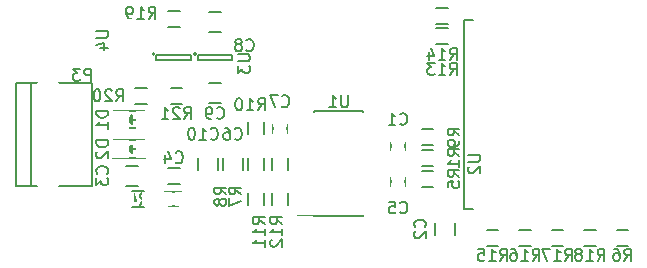
<source format=gbo>
G04 #@! TF.FileFunction,Legend,Bot*
%FSLAX46Y46*%
G04 Gerber Fmt 4.6, Leading zero omitted, Abs format (unit mm)*
G04 Created by KiCad (PCBNEW 4.0.2+dfsg1-stable) date Mon Jul 16 14:53:24 2018*
%MOMM*%
G01*
G04 APERTURE LIST*
%ADD10C,0.350000*%
%ADD11C,0.152400*%
%ADD12C,0.150000*%
%ADD13R,1.500000X2.900000*%
%ADD14R,2.432000X2.432000*%
%ADD15O,2.432000X2.432000*%
%ADD16R,1.150000X1.200000*%
%ADD17R,1.400000X1.650000*%
%ADD18R,1.200000X1.150000*%
%ADD19R,1.650000X1.400000*%
%ADD20R,1.598880X1.598880*%
%ADD21R,2.127200X2.432000*%
%ADD22O,2.127200X2.432000*%
%ADD23R,1.750000X0.700000*%
%ADD24O,1.900000X1.900000*%
%ADD25O,2.400000X2.400000*%
%ADD26R,0.900000X1.300000*%
%ADD27R,1.300000X0.900000*%
%ADD28R,1.900000X1.000000*%
%ADD29R,1.050000X1.460000*%
G04 APERTURE END LIST*
D10*
D11*
X37841000Y-17816000D02*
X37079000Y-17816000D01*
X37079000Y-17816000D02*
X37079000Y-1814000D01*
X37079000Y-1814000D02*
X37841000Y-1814000D01*
D12*
X30900000Y-12150000D02*
X30900000Y-12850000D01*
X32100000Y-12850000D02*
X32100000Y-12150000D01*
X8500000Y-14150000D02*
X9500000Y-14150000D01*
X9500000Y-15850000D02*
X8500000Y-15850000D01*
X12850000Y-16400000D02*
X12150000Y-16400000D01*
X12150000Y-17600000D02*
X12850000Y-17600000D01*
X32100000Y-15850000D02*
X32100000Y-15150000D01*
X30900000Y-15150000D02*
X30900000Y-15850000D01*
X16650000Y-14500000D02*
X16650000Y-13500000D01*
X18350000Y-13500000D02*
X18350000Y-14500000D01*
X20900000Y-10650000D02*
X20900000Y-11350000D01*
X22100000Y-11350000D02*
X22100000Y-10650000D01*
X15500000Y-1150000D02*
X16500000Y-1150000D01*
X16500000Y-2850000D02*
X15500000Y-2850000D01*
X15500000Y-7150000D02*
X16500000Y-7150000D01*
X16500000Y-8850000D02*
X15500000Y-8850000D01*
X7400000Y-9500000D02*
X10100000Y-9500000D01*
X7400000Y-11000000D02*
X10100000Y-11000000D01*
X8900000Y-10100000D02*
X8900000Y-10350000D01*
X8900000Y-10350000D02*
X8750000Y-10200000D01*
X8650000Y-10600000D02*
X8650000Y-9900000D01*
X9000000Y-10250000D02*
X9350000Y-10250000D01*
X8650000Y-10250000D02*
X9000000Y-10600000D01*
X9000000Y-10600000D02*
X9000000Y-9900000D01*
X9000000Y-9900000D02*
X8650000Y-10250000D01*
X7400000Y-12000000D02*
X10100000Y-12000000D01*
X7400000Y-13500000D02*
X10100000Y-13500000D01*
X8900000Y-12600000D02*
X8900000Y-12850000D01*
X8900000Y-12850000D02*
X8750000Y-12700000D01*
X8650000Y-13100000D02*
X8650000Y-12400000D01*
X9000000Y-12750000D02*
X9350000Y-12750000D01*
X8650000Y-12750000D02*
X9000000Y-13100000D01*
X9000000Y-13100000D02*
X9000000Y-12400000D01*
X9000000Y-12400000D02*
X8650000Y-12750000D01*
X-817460Y-15850900D02*
X-817460Y-7150900D01*
X5587540Y-15850900D02*
X5587540Y-7150900D01*
X5587540Y-7150900D02*
X-817460Y-7150900D01*
X412540Y-7150900D02*
X412540Y-15850900D01*
X-817460Y-15850900D02*
X5587540Y-15850900D01*
X13000000Y-14325000D02*
X12000000Y-14325000D01*
X12000000Y-15675000D02*
X13000000Y-15675000D01*
X9000000Y-17675000D02*
X10000000Y-17675000D01*
X10000000Y-16325000D02*
X9000000Y-16325000D01*
X33500000Y-15925000D02*
X34500000Y-15925000D01*
X34500000Y-14575000D02*
X33500000Y-14575000D01*
X51000000Y-19575000D02*
X50000000Y-19575000D01*
X50000000Y-20925000D02*
X51000000Y-20925000D01*
X22175000Y-14500000D02*
X22175000Y-13500000D01*
X20825000Y-13500000D02*
X20825000Y-14500000D01*
X18825000Y-13500000D02*
X18825000Y-14500000D01*
X20175000Y-14500000D02*
X20175000Y-13500000D01*
X33500000Y-14175000D02*
X34500000Y-14175000D01*
X34500000Y-12825000D02*
X33500000Y-12825000D01*
X18825000Y-10500000D02*
X18825000Y-11500000D01*
X20175000Y-11500000D02*
X20175000Y-10500000D01*
X20175000Y-17500000D02*
X20175000Y-16500000D01*
X18825000Y-16500000D02*
X18825000Y-17500000D01*
X22175000Y-17500000D02*
X22175000Y-16500000D01*
X20825000Y-16500000D02*
X20825000Y-17500000D01*
X35700000Y-2525000D02*
X34700000Y-2525000D01*
X34700000Y-3875000D02*
X35700000Y-3875000D01*
X35700000Y-825000D02*
X34700000Y-825000D01*
X34700000Y-2175000D02*
X35700000Y-2175000D01*
X40000000Y-19575000D02*
X39000000Y-19575000D01*
X39000000Y-20925000D02*
X40000000Y-20925000D01*
X42750000Y-19575000D02*
X41750000Y-19575000D01*
X41750000Y-20925000D02*
X42750000Y-20925000D01*
X45500000Y-19575000D02*
X44500000Y-19575000D01*
X44500000Y-20925000D02*
X45500000Y-20925000D01*
X48250000Y-19575000D02*
X47250000Y-19575000D01*
X47250000Y-20925000D02*
X48250000Y-20925000D01*
X13000000Y-1075000D02*
X12000000Y-1075000D01*
X12000000Y-2425000D02*
X13000000Y-2425000D01*
X10250000Y-7575000D02*
X9250000Y-7575000D01*
X9250000Y-8925000D02*
X10250000Y-8925000D01*
X13250000Y-7575000D02*
X12250000Y-7575000D01*
X12250000Y-8925000D02*
X13250000Y-8925000D01*
X24425000Y-18450000D02*
X24425000Y-18335000D01*
X28575000Y-18450000D02*
X28575000Y-18335000D01*
X28575000Y-9550000D02*
X28575000Y-9665000D01*
X24425000Y-9550000D02*
X24425000Y-9665000D01*
X24425000Y-18450000D02*
X28575000Y-18450000D01*
X24425000Y-9550000D02*
X28575000Y-9550000D01*
X24425000Y-18335000D02*
X23050000Y-18335000D01*
X14400000Y-4700000D02*
G75*
G03X14400000Y-4700000I-100000J0D01*
G01*
X14550000Y-5250000D02*
X14550000Y-4750000D01*
X17450000Y-5250000D02*
X14550000Y-5250000D01*
X17450000Y-4750000D02*
X17450000Y-5250000D01*
X14550000Y-4750000D02*
X17450000Y-4750000D01*
X10900000Y-4700000D02*
G75*
G03X10900000Y-4700000I-100000J0D01*
G01*
X11050000Y-5250000D02*
X11050000Y-4750000D01*
X13950000Y-5250000D02*
X11050000Y-5250000D01*
X13950000Y-4750000D02*
X13950000Y-5250000D01*
X11050000Y-4750000D02*
X13950000Y-4750000D01*
X34500000Y-11075000D02*
X33500000Y-11075000D01*
X33500000Y-12425000D02*
X34500000Y-12425000D01*
X34650000Y-20000000D02*
X34650000Y-19000000D01*
X36350000Y-19000000D02*
X36350000Y-20000000D01*
X14550000Y-14500000D02*
X14550000Y-13500000D01*
X16250000Y-13500000D02*
X16250000Y-14500000D01*
X37452381Y-13238095D02*
X38261905Y-13238095D01*
X38357143Y-13285714D01*
X38404762Y-13333333D01*
X38452381Y-13428571D01*
X38452381Y-13619048D01*
X38404762Y-13714286D01*
X38357143Y-13761905D01*
X38261905Y-13809524D01*
X37452381Y-13809524D01*
X37547619Y-14238095D02*
X37500000Y-14285714D01*
X37452381Y-14380952D01*
X37452381Y-14619048D01*
X37500000Y-14714286D01*
X37547619Y-14761905D01*
X37642857Y-14809524D01*
X37738095Y-14809524D01*
X37880952Y-14761905D01*
X38452381Y-14190476D01*
X38452381Y-14809524D01*
X31666666Y-10607143D02*
X31714285Y-10654762D01*
X31857142Y-10702381D01*
X31952380Y-10702381D01*
X32095238Y-10654762D01*
X32190476Y-10559524D01*
X32238095Y-10464286D01*
X32285714Y-10273810D01*
X32285714Y-10130952D01*
X32238095Y-9940476D01*
X32190476Y-9845238D01*
X32095238Y-9750000D01*
X31952380Y-9702381D01*
X31857142Y-9702381D01*
X31714285Y-9750000D01*
X31666666Y-9797619D01*
X30714285Y-10702381D02*
X31285714Y-10702381D01*
X31000000Y-10702381D02*
X31000000Y-9702381D01*
X31095238Y-9845238D01*
X31190476Y-9940476D01*
X31285714Y-9988095D01*
X6857143Y-14833334D02*
X6904762Y-14785715D01*
X6952381Y-14642858D01*
X6952381Y-14547620D01*
X6904762Y-14404762D01*
X6809524Y-14309524D01*
X6714286Y-14261905D01*
X6523810Y-14214286D01*
X6380952Y-14214286D01*
X6190476Y-14261905D01*
X6095238Y-14309524D01*
X6000000Y-14404762D01*
X5952381Y-14547620D01*
X5952381Y-14642858D01*
X6000000Y-14785715D01*
X6047619Y-14833334D01*
X5952381Y-15166667D02*
X5952381Y-15785715D01*
X6333333Y-15452381D01*
X6333333Y-15595239D01*
X6380952Y-15690477D01*
X6428571Y-15738096D01*
X6523810Y-15785715D01*
X6761905Y-15785715D01*
X6857143Y-15738096D01*
X6904762Y-15690477D01*
X6952381Y-15595239D01*
X6952381Y-15309524D01*
X6904762Y-15214286D01*
X6857143Y-15166667D01*
X12666666Y-13857143D02*
X12714285Y-13904762D01*
X12857142Y-13952381D01*
X12952380Y-13952381D01*
X13095238Y-13904762D01*
X13190476Y-13809524D01*
X13238095Y-13714286D01*
X13285714Y-13523810D01*
X13285714Y-13380952D01*
X13238095Y-13190476D01*
X13190476Y-13095238D01*
X13095238Y-13000000D01*
X12952380Y-12952381D01*
X12857142Y-12952381D01*
X12714285Y-13000000D01*
X12666666Y-13047619D01*
X11809523Y-13285714D02*
X11809523Y-13952381D01*
X12047619Y-12904762D02*
X12285714Y-13619048D01*
X11666666Y-13619048D01*
X31666666Y-18107143D02*
X31714285Y-18154762D01*
X31857142Y-18202381D01*
X31952380Y-18202381D01*
X32095238Y-18154762D01*
X32190476Y-18059524D01*
X32238095Y-17964286D01*
X32285714Y-17773810D01*
X32285714Y-17630952D01*
X32238095Y-17440476D01*
X32190476Y-17345238D01*
X32095238Y-17250000D01*
X31952380Y-17202381D01*
X31857142Y-17202381D01*
X31714285Y-17250000D01*
X31666666Y-17297619D01*
X30761904Y-17202381D02*
X31238095Y-17202381D01*
X31285714Y-17678571D01*
X31238095Y-17630952D01*
X31142857Y-17583333D01*
X30904761Y-17583333D01*
X30809523Y-17630952D01*
X30761904Y-17678571D01*
X30714285Y-17773810D01*
X30714285Y-18011905D01*
X30761904Y-18107143D01*
X30809523Y-18154762D01*
X30904761Y-18202381D01*
X31142857Y-18202381D01*
X31238095Y-18154762D01*
X31285714Y-18107143D01*
X17666666Y-11857143D02*
X17714285Y-11904762D01*
X17857142Y-11952381D01*
X17952380Y-11952381D01*
X18095238Y-11904762D01*
X18190476Y-11809524D01*
X18238095Y-11714286D01*
X18285714Y-11523810D01*
X18285714Y-11380952D01*
X18238095Y-11190476D01*
X18190476Y-11095238D01*
X18095238Y-11000000D01*
X17952380Y-10952381D01*
X17857142Y-10952381D01*
X17714285Y-11000000D01*
X17666666Y-11047619D01*
X16809523Y-10952381D02*
X17000000Y-10952381D01*
X17095238Y-11000000D01*
X17142857Y-11047619D01*
X17238095Y-11190476D01*
X17285714Y-11380952D01*
X17285714Y-11761905D01*
X17238095Y-11857143D01*
X17190476Y-11904762D01*
X17095238Y-11952381D01*
X16904761Y-11952381D01*
X16809523Y-11904762D01*
X16761904Y-11857143D01*
X16714285Y-11761905D01*
X16714285Y-11523810D01*
X16761904Y-11428571D01*
X16809523Y-11380952D01*
X16904761Y-11333333D01*
X17095238Y-11333333D01*
X17190476Y-11380952D01*
X17238095Y-11428571D01*
X17285714Y-11523810D01*
X21666666Y-9107143D02*
X21714285Y-9154762D01*
X21857142Y-9202381D01*
X21952380Y-9202381D01*
X22095238Y-9154762D01*
X22190476Y-9059524D01*
X22238095Y-8964286D01*
X22285714Y-8773810D01*
X22285714Y-8630952D01*
X22238095Y-8440476D01*
X22190476Y-8345238D01*
X22095238Y-8250000D01*
X21952380Y-8202381D01*
X21857142Y-8202381D01*
X21714285Y-8250000D01*
X21666666Y-8297619D01*
X21333333Y-8202381D02*
X20666666Y-8202381D01*
X21095238Y-9202381D01*
X18666666Y-4357143D02*
X18714285Y-4404762D01*
X18857142Y-4452381D01*
X18952380Y-4452381D01*
X19095238Y-4404762D01*
X19190476Y-4309524D01*
X19238095Y-4214286D01*
X19285714Y-4023810D01*
X19285714Y-3880952D01*
X19238095Y-3690476D01*
X19190476Y-3595238D01*
X19095238Y-3500000D01*
X18952380Y-3452381D01*
X18857142Y-3452381D01*
X18714285Y-3500000D01*
X18666666Y-3547619D01*
X18095238Y-3880952D02*
X18190476Y-3833333D01*
X18238095Y-3785714D01*
X18285714Y-3690476D01*
X18285714Y-3642857D01*
X18238095Y-3547619D01*
X18190476Y-3500000D01*
X18095238Y-3452381D01*
X17904761Y-3452381D01*
X17809523Y-3500000D01*
X17761904Y-3547619D01*
X17714285Y-3642857D01*
X17714285Y-3690476D01*
X17761904Y-3785714D01*
X17809523Y-3833333D01*
X17904761Y-3880952D01*
X18095238Y-3880952D01*
X18190476Y-3928571D01*
X18238095Y-3976190D01*
X18285714Y-4071429D01*
X18285714Y-4261905D01*
X18238095Y-4357143D01*
X18190476Y-4404762D01*
X18095238Y-4452381D01*
X17904761Y-4452381D01*
X17809523Y-4404762D01*
X17761904Y-4357143D01*
X17714285Y-4261905D01*
X17714285Y-4071429D01*
X17761904Y-3976190D01*
X17809523Y-3928571D01*
X17904761Y-3880952D01*
X16166666Y-10107143D02*
X16214285Y-10154762D01*
X16357142Y-10202381D01*
X16452380Y-10202381D01*
X16595238Y-10154762D01*
X16690476Y-10059524D01*
X16738095Y-9964286D01*
X16785714Y-9773810D01*
X16785714Y-9630952D01*
X16738095Y-9440476D01*
X16690476Y-9345238D01*
X16595238Y-9250000D01*
X16452380Y-9202381D01*
X16357142Y-9202381D01*
X16214285Y-9250000D01*
X16166666Y-9297619D01*
X15690476Y-10202381D02*
X15500000Y-10202381D01*
X15404761Y-10154762D01*
X15357142Y-10107143D01*
X15261904Y-9964286D01*
X15214285Y-9773810D01*
X15214285Y-9392857D01*
X15261904Y-9297619D01*
X15309523Y-9250000D01*
X15404761Y-9202381D01*
X15595238Y-9202381D01*
X15690476Y-9250000D01*
X15738095Y-9297619D01*
X15785714Y-9392857D01*
X15785714Y-9630952D01*
X15738095Y-9726190D01*
X15690476Y-9773810D01*
X15595238Y-9821429D01*
X15404761Y-9821429D01*
X15309523Y-9773810D01*
X15261904Y-9726190D01*
X15214285Y-9630952D01*
X6952381Y-9511905D02*
X5952381Y-9511905D01*
X5952381Y-9750000D01*
X6000000Y-9892858D01*
X6095238Y-9988096D01*
X6190476Y-10035715D01*
X6380952Y-10083334D01*
X6523810Y-10083334D01*
X6714286Y-10035715D01*
X6809524Y-9988096D01*
X6904762Y-9892858D01*
X6952381Y-9750000D01*
X6952381Y-9511905D01*
X6952381Y-11035715D02*
X6952381Y-10464286D01*
X6952381Y-10750000D02*
X5952381Y-10750000D01*
X6095238Y-10654762D01*
X6190476Y-10559524D01*
X6238095Y-10464286D01*
X6952381Y-12011905D02*
X5952381Y-12011905D01*
X5952381Y-12250000D01*
X6000000Y-12392858D01*
X6095238Y-12488096D01*
X6190476Y-12535715D01*
X6380952Y-12583334D01*
X6523810Y-12583334D01*
X6714286Y-12535715D01*
X6809524Y-12488096D01*
X6904762Y-12392858D01*
X6952381Y-12250000D01*
X6952381Y-12011905D01*
X6047619Y-12964286D02*
X6000000Y-13011905D01*
X5952381Y-13107143D01*
X5952381Y-13345239D01*
X6000000Y-13440477D01*
X6047619Y-13488096D01*
X6142857Y-13535715D01*
X6238095Y-13535715D01*
X6380952Y-13488096D01*
X6952381Y-12916667D01*
X6952381Y-13535715D01*
X5488095Y-6952381D02*
X5488095Y-5952381D01*
X5107142Y-5952381D01*
X5011904Y-6000000D01*
X4964285Y-6047619D01*
X4916666Y-6142857D01*
X4916666Y-6285714D01*
X4964285Y-6380952D01*
X5011904Y-6428571D01*
X5107142Y-6476190D01*
X5488095Y-6476190D01*
X4583333Y-5952381D02*
X3964285Y-5952381D01*
X4297619Y-6333333D01*
X4154761Y-6333333D01*
X4059523Y-6380952D01*
X4011904Y-6428571D01*
X3964285Y-6523810D01*
X3964285Y-6761905D01*
X4011904Y-6857143D01*
X4059523Y-6904762D01*
X4154761Y-6952381D01*
X4440476Y-6952381D01*
X4535714Y-6904762D01*
X4583333Y-6857143D01*
X12666666Y-17352381D02*
X13000000Y-16876190D01*
X13238095Y-17352381D02*
X13238095Y-16352381D01*
X12857142Y-16352381D01*
X12761904Y-16400000D01*
X12714285Y-16447619D01*
X12666666Y-16542857D01*
X12666666Y-16685714D01*
X12714285Y-16780952D01*
X12761904Y-16828571D01*
X12857142Y-16876190D01*
X13238095Y-16876190D01*
X12333333Y-16352381D02*
X11714285Y-16352381D01*
X12047619Y-16733333D01*
X11904761Y-16733333D01*
X11809523Y-16780952D01*
X11761904Y-16828571D01*
X11714285Y-16923810D01*
X11714285Y-17161905D01*
X11761904Y-17257143D01*
X11809523Y-17304762D01*
X11904761Y-17352381D01*
X12190476Y-17352381D01*
X12285714Y-17304762D01*
X12333333Y-17257143D01*
X9666666Y-17452381D02*
X10000000Y-16976190D01*
X10238095Y-17452381D02*
X10238095Y-16452381D01*
X9857142Y-16452381D01*
X9761904Y-16500000D01*
X9714285Y-16547619D01*
X9666666Y-16642857D01*
X9666666Y-16785714D01*
X9714285Y-16880952D01*
X9761904Y-16928571D01*
X9857142Y-16976190D01*
X10238095Y-16976190D01*
X8809523Y-16785714D02*
X8809523Y-17452381D01*
X9047619Y-16404762D02*
X9285714Y-17119048D01*
X8666666Y-17119048D01*
X36702381Y-15083334D02*
X36226190Y-14750000D01*
X36702381Y-14511905D02*
X35702381Y-14511905D01*
X35702381Y-14892858D01*
X35750000Y-14988096D01*
X35797619Y-15035715D01*
X35892857Y-15083334D01*
X36035714Y-15083334D01*
X36130952Y-15035715D01*
X36178571Y-14988096D01*
X36226190Y-14892858D01*
X36226190Y-14511905D01*
X35702381Y-15988096D02*
X35702381Y-15511905D01*
X36178571Y-15464286D01*
X36130952Y-15511905D01*
X36083333Y-15607143D01*
X36083333Y-15845239D01*
X36130952Y-15940477D01*
X36178571Y-15988096D01*
X36273810Y-16035715D01*
X36511905Y-16035715D01*
X36607143Y-15988096D01*
X36654762Y-15940477D01*
X36702381Y-15845239D01*
X36702381Y-15607143D01*
X36654762Y-15511905D01*
X36607143Y-15464286D01*
X50666666Y-22202381D02*
X51000000Y-21726190D01*
X51238095Y-22202381D02*
X51238095Y-21202381D01*
X50857142Y-21202381D01*
X50761904Y-21250000D01*
X50714285Y-21297619D01*
X50666666Y-21392857D01*
X50666666Y-21535714D01*
X50714285Y-21630952D01*
X50761904Y-21678571D01*
X50857142Y-21726190D01*
X51238095Y-21726190D01*
X49809523Y-21202381D02*
X50000000Y-21202381D01*
X50095238Y-21250000D01*
X50142857Y-21297619D01*
X50238095Y-21440476D01*
X50285714Y-21630952D01*
X50285714Y-22011905D01*
X50238095Y-22107143D01*
X50190476Y-22154762D01*
X50095238Y-22202381D01*
X49904761Y-22202381D01*
X49809523Y-22154762D01*
X49761904Y-22107143D01*
X49714285Y-22011905D01*
X49714285Y-21773810D01*
X49761904Y-21678571D01*
X49809523Y-21630952D01*
X49904761Y-21583333D01*
X50095238Y-21583333D01*
X50190476Y-21630952D01*
X50238095Y-21678571D01*
X50285714Y-21773810D01*
X18202381Y-16583334D02*
X17726190Y-16250000D01*
X18202381Y-16011905D02*
X17202381Y-16011905D01*
X17202381Y-16392858D01*
X17250000Y-16488096D01*
X17297619Y-16535715D01*
X17392857Y-16583334D01*
X17535714Y-16583334D01*
X17630952Y-16535715D01*
X17678571Y-16488096D01*
X17726190Y-16392858D01*
X17726190Y-16011905D01*
X17202381Y-16916667D02*
X17202381Y-17583334D01*
X18202381Y-17154762D01*
X16952381Y-16583334D02*
X16476190Y-16250000D01*
X16952381Y-16011905D02*
X15952381Y-16011905D01*
X15952381Y-16392858D01*
X16000000Y-16488096D01*
X16047619Y-16535715D01*
X16142857Y-16583334D01*
X16285714Y-16583334D01*
X16380952Y-16535715D01*
X16428571Y-16488096D01*
X16476190Y-16392858D01*
X16476190Y-16011905D01*
X16380952Y-17154762D02*
X16333333Y-17059524D01*
X16285714Y-17011905D01*
X16190476Y-16964286D01*
X16142857Y-16964286D01*
X16047619Y-17011905D01*
X16000000Y-17059524D01*
X15952381Y-17154762D01*
X15952381Y-17345239D01*
X16000000Y-17440477D01*
X16047619Y-17488096D01*
X16142857Y-17535715D01*
X16190476Y-17535715D01*
X16285714Y-17488096D01*
X16333333Y-17440477D01*
X16380952Y-17345239D01*
X16380952Y-17154762D01*
X16428571Y-17059524D01*
X16476190Y-17011905D01*
X16571429Y-16964286D01*
X16761905Y-16964286D01*
X16857143Y-17011905D01*
X16904762Y-17059524D01*
X16952381Y-17154762D01*
X16952381Y-17345239D01*
X16904762Y-17440477D01*
X16857143Y-17488096D01*
X16761905Y-17535715D01*
X16571429Y-17535715D01*
X16476190Y-17488096D01*
X16428571Y-17440477D01*
X16380952Y-17345239D01*
X36702381Y-11583334D02*
X36226190Y-11250000D01*
X36702381Y-11011905D02*
X35702381Y-11011905D01*
X35702381Y-11392858D01*
X35750000Y-11488096D01*
X35797619Y-11535715D01*
X35892857Y-11583334D01*
X36035714Y-11583334D01*
X36130952Y-11535715D01*
X36178571Y-11488096D01*
X36226190Y-11392858D01*
X36226190Y-11011905D01*
X36702381Y-12059524D02*
X36702381Y-12250000D01*
X36654762Y-12345239D01*
X36607143Y-12392858D01*
X36464286Y-12488096D01*
X36273810Y-12535715D01*
X35892857Y-12535715D01*
X35797619Y-12488096D01*
X35750000Y-12440477D01*
X35702381Y-12345239D01*
X35702381Y-12154762D01*
X35750000Y-12059524D01*
X35797619Y-12011905D01*
X35892857Y-11964286D01*
X36130952Y-11964286D01*
X36226190Y-12011905D01*
X36273810Y-12059524D01*
X36321429Y-12154762D01*
X36321429Y-12345239D01*
X36273810Y-12440477D01*
X36226190Y-12488096D01*
X36130952Y-12535715D01*
X19642857Y-9452381D02*
X19976191Y-8976190D01*
X20214286Y-9452381D02*
X20214286Y-8452381D01*
X19833333Y-8452381D01*
X19738095Y-8500000D01*
X19690476Y-8547619D01*
X19642857Y-8642857D01*
X19642857Y-8785714D01*
X19690476Y-8880952D01*
X19738095Y-8928571D01*
X19833333Y-8976190D01*
X20214286Y-8976190D01*
X18690476Y-9452381D02*
X19261905Y-9452381D01*
X18976191Y-9452381D02*
X18976191Y-8452381D01*
X19071429Y-8595238D01*
X19166667Y-8690476D01*
X19261905Y-8738095D01*
X18071429Y-8452381D02*
X17976190Y-8452381D01*
X17880952Y-8500000D01*
X17833333Y-8547619D01*
X17785714Y-8642857D01*
X17738095Y-8833333D01*
X17738095Y-9071429D01*
X17785714Y-9261905D01*
X17833333Y-9357143D01*
X17880952Y-9404762D01*
X17976190Y-9452381D01*
X18071429Y-9452381D01*
X18166667Y-9404762D01*
X18214286Y-9357143D01*
X18261905Y-9261905D01*
X18309524Y-9071429D01*
X18309524Y-8833333D01*
X18261905Y-8642857D01*
X18214286Y-8547619D01*
X18166667Y-8500000D01*
X18071429Y-8452381D01*
X20202381Y-19107143D02*
X19726190Y-18773809D01*
X20202381Y-18535714D02*
X19202381Y-18535714D01*
X19202381Y-18916667D01*
X19250000Y-19011905D01*
X19297619Y-19059524D01*
X19392857Y-19107143D01*
X19535714Y-19107143D01*
X19630952Y-19059524D01*
X19678571Y-19011905D01*
X19726190Y-18916667D01*
X19726190Y-18535714D01*
X20202381Y-20059524D02*
X20202381Y-19488095D01*
X20202381Y-19773809D02*
X19202381Y-19773809D01*
X19345238Y-19678571D01*
X19440476Y-19583333D01*
X19488095Y-19488095D01*
X20202381Y-21011905D02*
X20202381Y-20440476D01*
X20202381Y-20726190D02*
X19202381Y-20726190D01*
X19345238Y-20630952D01*
X19440476Y-20535714D01*
X19488095Y-20440476D01*
X21702381Y-19107143D02*
X21226190Y-18773809D01*
X21702381Y-18535714D02*
X20702381Y-18535714D01*
X20702381Y-18916667D01*
X20750000Y-19011905D01*
X20797619Y-19059524D01*
X20892857Y-19107143D01*
X21035714Y-19107143D01*
X21130952Y-19059524D01*
X21178571Y-19011905D01*
X21226190Y-18916667D01*
X21226190Y-18535714D01*
X21702381Y-20059524D02*
X21702381Y-19488095D01*
X21702381Y-19773809D02*
X20702381Y-19773809D01*
X20845238Y-19678571D01*
X20940476Y-19583333D01*
X20988095Y-19488095D01*
X20797619Y-20440476D02*
X20750000Y-20488095D01*
X20702381Y-20583333D01*
X20702381Y-20821429D01*
X20750000Y-20916667D01*
X20797619Y-20964286D01*
X20892857Y-21011905D01*
X20988095Y-21011905D01*
X21130952Y-20964286D01*
X21702381Y-20392857D01*
X21702381Y-21011905D01*
X35892857Y-6452381D02*
X36226191Y-5976190D01*
X36464286Y-6452381D02*
X36464286Y-5452381D01*
X36083333Y-5452381D01*
X35988095Y-5500000D01*
X35940476Y-5547619D01*
X35892857Y-5642857D01*
X35892857Y-5785714D01*
X35940476Y-5880952D01*
X35988095Y-5928571D01*
X36083333Y-5976190D01*
X36464286Y-5976190D01*
X34940476Y-6452381D02*
X35511905Y-6452381D01*
X35226191Y-6452381D02*
X35226191Y-5452381D01*
X35321429Y-5595238D01*
X35416667Y-5690476D01*
X35511905Y-5738095D01*
X34607143Y-5452381D02*
X33988095Y-5452381D01*
X34321429Y-5833333D01*
X34178571Y-5833333D01*
X34083333Y-5880952D01*
X34035714Y-5928571D01*
X33988095Y-6023810D01*
X33988095Y-6261905D01*
X34035714Y-6357143D01*
X34083333Y-6404762D01*
X34178571Y-6452381D01*
X34464286Y-6452381D01*
X34559524Y-6404762D01*
X34607143Y-6357143D01*
X35892857Y-5202381D02*
X36226191Y-4726190D01*
X36464286Y-5202381D02*
X36464286Y-4202381D01*
X36083333Y-4202381D01*
X35988095Y-4250000D01*
X35940476Y-4297619D01*
X35892857Y-4392857D01*
X35892857Y-4535714D01*
X35940476Y-4630952D01*
X35988095Y-4678571D01*
X36083333Y-4726190D01*
X36464286Y-4726190D01*
X34940476Y-5202381D02*
X35511905Y-5202381D01*
X35226191Y-5202381D02*
X35226191Y-4202381D01*
X35321429Y-4345238D01*
X35416667Y-4440476D01*
X35511905Y-4488095D01*
X34083333Y-4535714D02*
X34083333Y-5202381D01*
X34321429Y-4154762D02*
X34559524Y-4869048D01*
X33940476Y-4869048D01*
X40142857Y-22202381D02*
X40476191Y-21726190D01*
X40714286Y-22202381D02*
X40714286Y-21202381D01*
X40333333Y-21202381D01*
X40238095Y-21250000D01*
X40190476Y-21297619D01*
X40142857Y-21392857D01*
X40142857Y-21535714D01*
X40190476Y-21630952D01*
X40238095Y-21678571D01*
X40333333Y-21726190D01*
X40714286Y-21726190D01*
X39190476Y-22202381D02*
X39761905Y-22202381D01*
X39476191Y-22202381D02*
X39476191Y-21202381D01*
X39571429Y-21345238D01*
X39666667Y-21440476D01*
X39761905Y-21488095D01*
X38285714Y-21202381D02*
X38761905Y-21202381D01*
X38809524Y-21678571D01*
X38761905Y-21630952D01*
X38666667Y-21583333D01*
X38428571Y-21583333D01*
X38333333Y-21630952D01*
X38285714Y-21678571D01*
X38238095Y-21773810D01*
X38238095Y-22011905D01*
X38285714Y-22107143D01*
X38333333Y-22154762D01*
X38428571Y-22202381D01*
X38666667Y-22202381D01*
X38761905Y-22154762D01*
X38809524Y-22107143D01*
X42892857Y-22202381D02*
X43226191Y-21726190D01*
X43464286Y-22202381D02*
X43464286Y-21202381D01*
X43083333Y-21202381D01*
X42988095Y-21250000D01*
X42940476Y-21297619D01*
X42892857Y-21392857D01*
X42892857Y-21535714D01*
X42940476Y-21630952D01*
X42988095Y-21678571D01*
X43083333Y-21726190D01*
X43464286Y-21726190D01*
X41940476Y-22202381D02*
X42511905Y-22202381D01*
X42226191Y-22202381D02*
X42226191Y-21202381D01*
X42321429Y-21345238D01*
X42416667Y-21440476D01*
X42511905Y-21488095D01*
X41083333Y-21202381D02*
X41273810Y-21202381D01*
X41369048Y-21250000D01*
X41416667Y-21297619D01*
X41511905Y-21440476D01*
X41559524Y-21630952D01*
X41559524Y-22011905D01*
X41511905Y-22107143D01*
X41464286Y-22154762D01*
X41369048Y-22202381D01*
X41178571Y-22202381D01*
X41083333Y-22154762D01*
X41035714Y-22107143D01*
X40988095Y-22011905D01*
X40988095Y-21773810D01*
X41035714Y-21678571D01*
X41083333Y-21630952D01*
X41178571Y-21583333D01*
X41369048Y-21583333D01*
X41464286Y-21630952D01*
X41511905Y-21678571D01*
X41559524Y-21773810D01*
X45642857Y-22202381D02*
X45976191Y-21726190D01*
X46214286Y-22202381D02*
X46214286Y-21202381D01*
X45833333Y-21202381D01*
X45738095Y-21250000D01*
X45690476Y-21297619D01*
X45642857Y-21392857D01*
X45642857Y-21535714D01*
X45690476Y-21630952D01*
X45738095Y-21678571D01*
X45833333Y-21726190D01*
X46214286Y-21726190D01*
X44690476Y-22202381D02*
X45261905Y-22202381D01*
X44976191Y-22202381D02*
X44976191Y-21202381D01*
X45071429Y-21345238D01*
X45166667Y-21440476D01*
X45261905Y-21488095D01*
X44357143Y-21202381D02*
X43690476Y-21202381D01*
X44119048Y-22202381D01*
X48392857Y-22202381D02*
X48726191Y-21726190D01*
X48964286Y-22202381D02*
X48964286Y-21202381D01*
X48583333Y-21202381D01*
X48488095Y-21250000D01*
X48440476Y-21297619D01*
X48392857Y-21392857D01*
X48392857Y-21535714D01*
X48440476Y-21630952D01*
X48488095Y-21678571D01*
X48583333Y-21726190D01*
X48964286Y-21726190D01*
X47440476Y-22202381D02*
X48011905Y-22202381D01*
X47726191Y-22202381D02*
X47726191Y-21202381D01*
X47821429Y-21345238D01*
X47916667Y-21440476D01*
X48011905Y-21488095D01*
X46869048Y-21630952D02*
X46964286Y-21583333D01*
X47011905Y-21535714D01*
X47059524Y-21440476D01*
X47059524Y-21392857D01*
X47011905Y-21297619D01*
X46964286Y-21250000D01*
X46869048Y-21202381D01*
X46678571Y-21202381D01*
X46583333Y-21250000D01*
X46535714Y-21297619D01*
X46488095Y-21392857D01*
X46488095Y-21440476D01*
X46535714Y-21535714D01*
X46583333Y-21583333D01*
X46678571Y-21630952D01*
X46869048Y-21630952D01*
X46964286Y-21678571D01*
X47011905Y-21726190D01*
X47059524Y-21821429D01*
X47059524Y-22011905D01*
X47011905Y-22107143D01*
X46964286Y-22154762D01*
X46869048Y-22202381D01*
X46678571Y-22202381D01*
X46583333Y-22154762D01*
X46535714Y-22107143D01*
X46488095Y-22011905D01*
X46488095Y-21821429D01*
X46535714Y-21726190D01*
X46583333Y-21678571D01*
X46678571Y-21630952D01*
X10392857Y-1702381D02*
X10726191Y-1226190D01*
X10964286Y-1702381D02*
X10964286Y-702381D01*
X10583333Y-702381D01*
X10488095Y-750000D01*
X10440476Y-797619D01*
X10392857Y-892857D01*
X10392857Y-1035714D01*
X10440476Y-1130952D01*
X10488095Y-1178571D01*
X10583333Y-1226190D01*
X10964286Y-1226190D01*
X9440476Y-1702381D02*
X10011905Y-1702381D01*
X9726191Y-1702381D02*
X9726191Y-702381D01*
X9821429Y-845238D01*
X9916667Y-940476D01*
X10011905Y-988095D01*
X8964286Y-1702381D02*
X8773810Y-1702381D01*
X8678571Y-1654762D01*
X8630952Y-1607143D01*
X8535714Y-1464286D01*
X8488095Y-1273810D01*
X8488095Y-892857D01*
X8535714Y-797619D01*
X8583333Y-750000D01*
X8678571Y-702381D01*
X8869048Y-702381D01*
X8964286Y-750000D01*
X9011905Y-797619D01*
X9059524Y-892857D01*
X9059524Y-1130952D01*
X9011905Y-1226190D01*
X8964286Y-1273810D01*
X8869048Y-1321429D01*
X8678571Y-1321429D01*
X8583333Y-1273810D01*
X8535714Y-1226190D01*
X8488095Y-1130952D01*
X7642857Y-8702381D02*
X7976191Y-8226190D01*
X8214286Y-8702381D02*
X8214286Y-7702381D01*
X7833333Y-7702381D01*
X7738095Y-7750000D01*
X7690476Y-7797619D01*
X7642857Y-7892857D01*
X7642857Y-8035714D01*
X7690476Y-8130952D01*
X7738095Y-8178571D01*
X7833333Y-8226190D01*
X8214286Y-8226190D01*
X7261905Y-7797619D02*
X7214286Y-7750000D01*
X7119048Y-7702381D01*
X6880952Y-7702381D01*
X6785714Y-7750000D01*
X6738095Y-7797619D01*
X6690476Y-7892857D01*
X6690476Y-7988095D01*
X6738095Y-8130952D01*
X7309524Y-8702381D01*
X6690476Y-8702381D01*
X6071429Y-7702381D02*
X5976190Y-7702381D01*
X5880952Y-7750000D01*
X5833333Y-7797619D01*
X5785714Y-7892857D01*
X5738095Y-8083333D01*
X5738095Y-8321429D01*
X5785714Y-8511905D01*
X5833333Y-8607143D01*
X5880952Y-8654762D01*
X5976190Y-8702381D01*
X6071429Y-8702381D01*
X6166667Y-8654762D01*
X6214286Y-8607143D01*
X6261905Y-8511905D01*
X6309524Y-8321429D01*
X6309524Y-8083333D01*
X6261905Y-7892857D01*
X6214286Y-7797619D01*
X6166667Y-7750000D01*
X6071429Y-7702381D01*
X13392857Y-10202381D02*
X13726191Y-9726190D01*
X13964286Y-10202381D02*
X13964286Y-9202381D01*
X13583333Y-9202381D01*
X13488095Y-9250000D01*
X13440476Y-9297619D01*
X13392857Y-9392857D01*
X13392857Y-9535714D01*
X13440476Y-9630952D01*
X13488095Y-9678571D01*
X13583333Y-9726190D01*
X13964286Y-9726190D01*
X13011905Y-9297619D02*
X12964286Y-9250000D01*
X12869048Y-9202381D01*
X12630952Y-9202381D01*
X12535714Y-9250000D01*
X12488095Y-9297619D01*
X12440476Y-9392857D01*
X12440476Y-9488095D01*
X12488095Y-9630952D01*
X13059524Y-10202381D01*
X12440476Y-10202381D01*
X11488095Y-10202381D02*
X12059524Y-10202381D01*
X11773810Y-10202381D02*
X11773810Y-9202381D01*
X11869048Y-9345238D01*
X11964286Y-9440476D01*
X12059524Y-9488095D01*
X27261905Y-8202381D02*
X27261905Y-9011905D01*
X27214286Y-9107143D01*
X27166667Y-9154762D01*
X27071429Y-9202381D01*
X26880952Y-9202381D01*
X26785714Y-9154762D01*
X26738095Y-9107143D01*
X26690476Y-9011905D01*
X26690476Y-8202381D01*
X25690476Y-9202381D02*
X26261905Y-9202381D01*
X25976191Y-9202381D02*
X25976191Y-8202381D01*
X26071429Y-8345238D01*
X26166667Y-8440476D01*
X26261905Y-8488095D01*
X17952381Y-4738095D02*
X18761905Y-4738095D01*
X18857143Y-4785714D01*
X18904762Y-4833333D01*
X18952381Y-4928571D01*
X18952381Y-5119048D01*
X18904762Y-5214286D01*
X18857143Y-5261905D01*
X18761905Y-5309524D01*
X17952381Y-5309524D01*
X17952381Y-5690476D02*
X17952381Y-6309524D01*
X18333333Y-5976190D01*
X18333333Y-6119048D01*
X18380952Y-6214286D01*
X18428571Y-6261905D01*
X18523810Y-6309524D01*
X18761905Y-6309524D01*
X18857143Y-6261905D01*
X18904762Y-6214286D01*
X18952381Y-6119048D01*
X18952381Y-5833333D01*
X18904762Y-5738095D01*
X18857143Y-5690476D01*
X5952381Y-2738095D02*
X6761905Y-2738095D01*
X6857143Y-2785714D01*
X6904762Y-2833333D01*
X6952381Y-2928571D01*
X6952381Y-3119048D01*
X6904762Y-3214286D01*
X6857143Y-3261905D01*
X6761905Y-3309524D01*
X5952381Y-3309524D01*
X6285714Y-4214286D02*
X6952381Y-4214286D01*
X5904762Y-3976190D02*
X6619048Y-3738095D01*
X6619048Y-4357143D01*
X36702381Y-13333334D02*
X36226190Y-13000000D01*
X36702381Y-12761905D02*
X35702381Y-12761905D01*
X35702381Y-13142858D01*
X35750000Y-13238096D01*
X35797619Y-13285715D01*
X35892857Y-13333334D01*
X36035714Y-13333334D01*
X36130952Y-13285715D01*
X36178571Y-13238096D01*
X36226190Y-13142858D01*
X36226190Y-12761905D01*
X36702381Y-14285715D02*
X36702381Y-13714286D01*
X36702381Y-14000000D02*
X35702381Y-14000000D01*
X35845238Y-13904762D01*
X35940476Y-13809524D01*
X35988095Y-13714286D01*
X33757143Y-19333334D02*
X33804762Y-19285715D01*
X33852381Y-19142858D01*
X33852381Y-19047620D01*
X33804762Y-18904762D01*
X33709524Y-18809524D01*
X33614286Y-18761905D01*
X33423810Y-18714286D01*
X33280952Y-18714286D01*
X33090476Y-18761905D01*
X32995238Y-18809524D01*
X32900000Y-18904762D01*
X32852381Y-19047620D01*
X32852381Y-19142858D01*
X32900000Y-19285715D01*
X32947619Y-19333334D01*
X32947619Y-19714286D02*
X32900000Y-19761905D01*
X32852381Y-19857143D01*
X32852381Y-20095239D01*
X32900000Y-20190477D01*
X32947619Y-20238096D01*
X33042857Y-20285715D01*
X33138095Y-20285715D01*
X33280952Y-20238096D01*
X33852381Y-19666667D01*
X33852381Y-20285715D01*
X15642857Y-11857143D02*
X15690476Y-11904762D01*
X15833333Y-11952381D01*
X15928571Y-11952381D01*
X16071429Y-11904762D01*
X16166667Y-11809524D01*
X16214286Y-11714286D01*
X16261905Y-11523810D01*
X16261905Y-11380952D01*
X16214286Y-11190476D01*
X16166667Y-11095238D01*
X16071429Y-11000000D01*
X15928571Y-10952381D01*
X15833333Y-10952381D01*
X15690476Y-11000000D01*
X15642857Y-11047619D01*
X14690476Y-11952381D02*
X15261905Y-11952381D01*
X14976191Y-11952381D02*
X14976191Y-10952381D01*
X15071429Y-11095238D01*
X15166667Y-11190476D01*
X15261905Y-11238095D01*
X14071429Y-10952381D02*
X13976190Y-10952381D01*
X13880952Y-11000000D01*
X13833333Y-11047619D01*
X13785714Y-11142857D01*
X13738095Y-11333333D01*
X13738095Y-11571429D01*
X13785714Y-11761905D01*
X13833333Y-11857143D01*
X13880952Y-11904762D01*
X13976190Y-11952381D01*
X14071429Y-11952381D01*
X14166667Y-11904762D01*
X14214286Y-11857143D01*
X14261905Y-11761905D01*
X14309524Y-11571429D01*
X14309524Y-11333333D01*
X14261905Y-11142857D01*
X14214286Y-11047619D01*
X14166667Y-11000000D01*
X14071429Y-10952381D01*
%LPC*%
D13*
X52700000Y-17500000D03*
X50700000Y-17500000D03*
X48700000Y-17500000D03*
X46700000Y-17500000D03*
X44700000Y-17500000D03*
X42700000Y-17500000D03*
X40700000Y-17500000D03*
X38700000Y-17500000D03*
X38700000Y-2100000D03*
X40700000Y-2100000D03*
X42700000Y-2100000D03*
X44700000Y-2100000D03*
X46700000Y-2100000D03*
X48700000Y-2100000D03*
X50700000Y-2100000D03*
X52700000Y-2100000D03*
D14*
X9000000Y-5500000D03*
D15*
X9000000Y-2960000D03*
D16*
X31500000Y-11750000D03*
X31500000Y-13250000D03*
D17*
X10000000Y-15000000D03*
X8000000Y-15000000D03*
D18*
X13250000Y-17000000D03*
X11750000Y-17000000D03*
D16*
X31500000Y-16250000D03*
X31500000Y-14750000D03*
D19*
X17500000Y-13000000D03*
X17500000Y-15000000D03*
D16*
X21500000Y-10250000D03*
X21500000Y-11750000D03*
D17*
X17000000Y-2000000D03*
X15000000Y-2000000D03*
X17000000Y-8000000D03*
X15000000Y-8000000D03*
D20*
X10049020Y-10250000D03*
X7950980Y-10250000D03*
X10049020Y-12750000D03*
X7950980Y-12750000D03*
D14*
X8500000Y-20000000D03*
D15*
X11040000Y-20000000D03*
D21*
X32100000Y-2200000D03*
D22*
X29560000Y-2200000D03*
X27020000Y-2200000D03*
X24480000Y-2200000D03*
X21940000Y-2200000D03*
X19400000Y-2200000D03*
D23*
X4562540Y-12800900D03*
X4562540Y-12150900D03*
X4562540Y-11500900D03*
X4562540Y-10850900D03*
X4562540Y-10200900D03*
D24*
X4562540Y-14000900D03*
X4562540Y-9000900D03*
D25*
X1862540Y-15000900D03*
X1862540Y-8000900D03*
D26*
X11750000Y-15000000D03*
X13250000Y-15000000D03*
X10250000Y-17000000D03*
X8750000Y-17000000D03*
X34750000Y-15250000D03*
X33250000Y-15250000D03*
X49750000Y-20250000D03*
X51250000Y-20250000D03*
D27*
X21500000Y-13250000D03*
X21500000Y-14750000D03*
X19500000Y-14750000D03*
X19500000Y-13250000D03*
D26*
X34750000Y-13500000D03*
X33250000Y-13500000D03*
D27*
X19500000Y-11750000D03*
X19500000Y-10250000D03*
X19500000Y-16250000D03*
X19500000Y-17750000D03*
X21500000Y-16250000D03*
X21500000Y-17750000D03*
D26*
X34450000Y-3200000D03*
X35950000Y-3200000D03*
X34450000Y-1500000D03*
X35950000Y-1500000D03*
X38750000Y-20250000D03*
X40250000Y-20250000D03*
X41500000Y-20250000D03*
X43000000Y-20250000D03*
X44250000Y-20250000D03*
X45750000Y-20250000D03*
X47000000Y-20250000D03*
X48500000Y-20250000D03*
X11750000Y-1750000D03*
X13250000Y-1750000D03*
X9000000Y-8250000D03*
X10500000Y-8250000D03*
X12000000Y-8250000D03*
X13500000Y-8250000D03*
D14*
X27500000Y-20500000D03*
D15*
X24960000Y-20500000D03*
D28*
X23800000Y-17810000D03*
X23800000Y-16540000D03*
X23800000Y-15270000D03*
X23800000Y-14000000D03*
X23800000Y-12730000D03*
X23800000Y-11460000D03*
X23800000Y-10190000D03*
X29200000Y-10190000D03*
X29200000Y-11460000D03*
X29200000Y-12730000D03*
X29200000Y-14000000D03*
X29200000Y-15270000D03*
X29200000Y-16540000D03*
X29200000Y-17810000D03*
D29*
X15050000Y-3900000D03*
X16000000Y-3900000D03*
X16950000Y-3900000D03*
X16950000Y-6100000D03*
X15050000Y-6100000D03*
X11550000Y-3900000D03*
X12500000Y-3900000D03*
X13450000Y-3900000D03*
X13450000Y-6100000D03*
X11550000Y-6100000D03*
D26*
X33250000Y-11750000D03*
X34750000Y-11750000D03*
D19*
X35500000Y-18500000D03*
X35500000Y-20500000D03*
X15400000Y-13000000D03*
X15400000Y-15000000D03*
M02*

</source>
